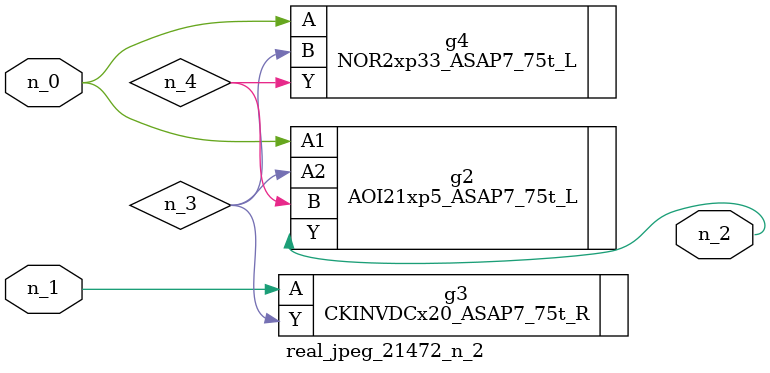
<source format=v>
module real_jpeg_21472_n_2 (n_1, n_0, n_2);

input n_1;
input n_0;

output n_2;

wire n_4;
wire n_3;

AOI21xp5_ASAP7_75t_L g2 ( 
.A1(n_0),
.A2(n_3),
.B(n_4),
.Y(n_2)
);

NOR2xp33_ASAP7_75t_L g4 ( 
.A(n_0),
.B(n_3),
.Y(n_4)
);

CKINVDCx20_ASAP7_75t_R g3 ( 
.A(n_1),
.Y(n_3)
);


endmodule
</source>
